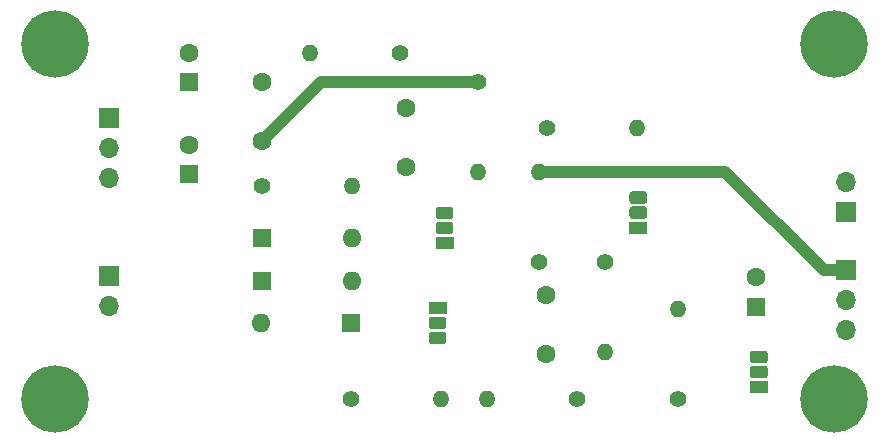
<source format=gbr>
G04 #@! TF.GenerationSoftware,KiCad,Pcbnew,(5.0.0)*
G04 #@! TF.CreationDate,2019-11-29T15:53:21+00:00*
G04 #@! TF.ProjectId,Sound Board,536F756E6420426F6172642E6B696361,rev?*
G04 #@! TF.SameCoordinates,Original*
G04 #@! TF.FileFunction,Copper,L1,Top,Signal*
G04 #@! TF.FilePolarity,Positive*
%FSLAX46Y46*%
G04 Gerber Fmt 4.6, Leading zero omitted, Abs format (unit mm)*
G04 Created by KiCad (PCBNEW (5.0.0)) date 11/29/19 15:53:21*
%MOMM*%
%LPD*%
G01*
G04 APERTURE LIST*
G04 #@! TA.AperFunction,ComponentPad*
%ADD10C,5.700000*%
G04 #@! TD*
G04 #@! TA.AperFunction,ComponentPad*
%ADD11O,1.600000X1.600000*%
G04 #@! TD*
G04 #@! TA.AperFunction,ComponentPad*
%ADD12R,1.600000X1.600000*%
G04 #@! TD*
G04 #@! TA.AperFunction,ComponentPad*
%ADD13O,1.700000X1.700000*%
G04 #@! TD*
G04 #@! TA.AperFunction,ComponentPad*
%ADD14R,1.700000X1.700000*%
G04 #@! TD*
G04 #@! TA.AperFunction,ComponentPad*
%ADD15C,1.400000*%
G04 #@! TD*
G04 #@! TA.AperFunction,ComponentPad*
%ADD16O,1.400000X1.400000*%
G04 #@! TD*
G04 #@! TA.AperFunction,Conductor*
%ADD17C,0.100000*%
G04 #@! TD*
G04 #@! TA.AperFunction,ComponentPad*
%ADD18C,1.050000*%
G04 #@! TD*
G04 #@! TA.AperFunction,ComponentPad*
%ADD19R,1.500000X1.050000*%
G04 #@! TD*
G04 #@! TA.AperFunction,ComponentPad*
%ADD20C,1.600000*%
G04 #@! TD*
G04 #@! TA.AperFunction,Conductor*
%ADD21C,1.000000*%
G04 #@! TD*
G04 APERTURE END LIST*
D10*
G04 #@! TO.P,H1,1*
G04 #@! TO.N,N/C*
X165000000Y-85000000D03*
G04 #@! TD*
G04 #@! TO.P,H2,1*
G04 #@! TO.N,N/C*
X99000000Y-85000000D03*
G04 #@! TD*
G04 #@! TO.P,H3,1*
G04 #@! TO.N,N/C*
X99000000Y-115000000D03*
G04 #@! TD*
G04 #@! TO.P,H4,1*
G04 #@! TO.N,N/C*
X165000000Y-115000000D03*
G04 #@! TD*
D11*
G04 #@! TO.P,D1,2*
G04 #@! TO.N,Net-(D1-Pad2)*
X124120000Y-101400000D03*
D12*
G04 #@! TO.P,D1,1*
G04 #@! TO.N,AudioIn*
X116500000Y-101400000D03*
G04 #@! TD*
G04 #@! TO.P,D2,1*
G04 #@! TO.N,Net-(D2-Pad1)*
X116500000Y-105000000D03*
D11*
G04 #@! TO.P,D2,2*
G04 #@! TO.N,Net-(D1-Pad2)*
X124120000Y-105000000D03*
G04 #@! TD*
G04 #@! TO.P,D3,2*
G04 #@! TO.N,Net-(D2-Pad1)*
X116480000Y-108600000D03*
D12*
G04 #@! TO.P,D3,1*
G04 #@! TO.N,Net-(D3-Pad1)*
X124100000Y-108600000D03*
G04 #@! TD*
D13*
G04 #@! TO.P,J1,2*
G04 #@! TO.N,AudioIn*
X103600000Y-107140000D03*
D14*
G04 #@! TO.P,J1,1*
G04 #@! TO.N,0v*
X103600000Y-104600000D03*
G04 #@! TD*
G04 #@! TO.P,LS1,1*
G04 #@! TO.N,Net-(C3-Pad2)*
X166000000Y-99200000D03*
D13*
G04 #@! TO.P,LS1,2*
G04 #@! TO.N,-6v*
X166000000Y-96660000D03*
G04 #@! TD*
D15*
G04 #@! TO.P,R10,1*
G04 #@! TO.N,+6v*
X116500000Y-97000000D03*
D16*
G04 #@! TO.P,R10,2*
G04 #@! TO.N,Net-(D1-Pad2)*
X124120000Y-97000000D03*
G04 #@! TD*
G04 #@! TO.P,R11,2*
G04 #@! TO.N,-6v*
X131720000Y-115000000D03*
D15*
G04 #@! TO.P,R11,1*
G04 #@! TO.N,Net-(D3-Pad1)*
X124100000Y-115000000D03*
G04 #@! TD*
D16*
G04 #@! TO.P,R12,2*
G04 #@! TO.N,+6v*
X140000000Y-95780000D03*
D15*
G04 #@! TO.P,R12,1*
G04 #@! TO.N,Net-(R12-Pad1)*
X140000000Y-103400000D03*
G04 #@! TD*
G04 #@! TO.P,R13,1*
G04 #@! TO.N,Net-(R12-Pad1)*
X145600000Y-103400000D03*
D16*
G04 #@! TO.P,R13,2*
G04 #@! TO.N,Net-(C1-Pad1)*
X145600000Y-111020000D03*
G04 #@! TD*
G04 #@! TO.P,R14,2*
G04 #@! TO.N,-6v*
X135580000Y-115000000D03*
D15*
G04 #@! TO.P,R14,1*
G04 #@! TO.N,Net-(C1-Pad1)*
X143200000Y-115000000D03*
G04 #@! TD*
G04 #@! TO.P,R15,1*
G04 #@! TO.N,+6v*
X134800000Y-88200000D03*
D16*
G04 #@! TO.P,R15,2*
G04 #@! TO.N,Net-(R15-Pad2)*
X134800000Y-95820000D03*
G04 #@! TD*
D15*
G04 #@! TO.P,R16,1*
G04 #@! TO.N,+6v*
X140700000Y-92100000D03*
D16*
G04 #@! TO.P,R16,2*
G04 #@! TO.N,Net-(R16-Pad2)*
X148320000Y-92100000D03*
G04 #@! TD*
G04 #@! TO.P,R17,2*
G04 #@! TO.N,-6v*
X120580000Y-85700000D03*
D15*
G04 #@! TO.P,R17,1*
G04 #@! TO.N,Net-(R17-Pad1)*
X128200000Y-85700000D03*
G04 #@! TD*
D16*
G04 #@! TO.P,R18,2*
G04 #@! TO.N,Net-(R17-Pad1)*
X151800000Y-107380000D03*
D15*
G04 #@! TO.P,R18,1*
G04 #@! TO.N,Net-(R18-Pad1)*
X151800000Y-115000000D03*
G04 #@! TD*
D17*
G04 #@! TO.N,Net-(D3-Pad1)*
G04 #@! TO.C,VT3*
G36*
X131913229Y-108046264D02*
X131938711Y-108050044D01*
X131963700Y-108056303D01*
X131987954Y-108064982D01*
X132011242Y-108075996D01*
X132033337Y-108089239D01*
X132054028Y-108104585D01*
X132073116Y-108121884D01*
X132090415Y-108140972D01*
X132105761Y-108161663D01*
X132119004Y-108183758D01*
X132130018Y-108207046D01*
X132138697Y-108231300D01*
X132144956Y-108256289D01*
X132148736Y-108281771D01*
X132150000Y-108307500D01*
X132150000Y-108832500D01*
X132148736Y-108858229D01*
X132144956Y-108883711D01*
X132138697Y-108908700D01*
X132130018Y-108932954D01*
X132119004Y-108956242D01*
X132105761Y-108978337D01*
X132090415Y-108999028D01*
X132073116Y-109018116D01*
X132054028Y-109035415D01*
X132033337Y-109050761D01*
X132011242Y-109064004D01*
X131987954Y-109075018D01*
X131963700Y-109083697D01*
X131938711Y-109089956D01*
X131913229Y-109093736D01*
X131887500Y-109095000D01*
X130912500Y-109095000D01*
X130886771Y-109093736D01*
X130861289Y-109089956D01*
X130836300Y-109083697D01*
X130812046Y-109075018D01*
X130788758Y-109064004D01*
X130766663Y-109050761D01*
X130745972Y-109035415D01*
X130726884Y-109018116D01*
X130709585Y-108999028D01*
X130694239Y-108978337D01*
X130680996Y-108956242D01*
X130669982Y-108932954D01*
X130661303Y-108908700D01*
X130655044Y-108883711D01*
X130651264Y-108858229D01*
X130650000Y-108832500D01*
X130650000Y-108307500D01*
X130651264Y-108281771D01*
X130655044Y-108256289D01*
X130661303Y-108231300D01*
X130669982Y-108207046D01*
X130680996Y-108183758D01*
X130694239Y-108161663D01*
X130709585Y-108140972D01*
X130726884Y-108121884D01*
X130745972Y-108104585D01*
X130766663Y-108089239D01*
X130788758Y-108075996D01*
X130812046Y-108064982D01*
X130836300Y-108056303D01*
X130861289Y-108050044D01*
X130886771Y-108046264D01*
X130912500Y-108045000D01*
X131887500Y-108045000D01*
X131913229Y-108046264D01*
X131913229Y-108046264D01*
G37*
D18*
G04 #@! TD*
G04 #@! TO.P,VT3,2*
G04 #@! TO.N,Net-(D3-Pad1)*
X131400000Y-108570000D03*
D17*
G04 #@! TO.N,Net-(C1-Pad1)*
G04 #@! TO.C,VT3*
G36*
X131913229Y-109316264D02*
X131938711Y-109320044D01*
X131963700Y-109326303D01*
X131987954Y-109334982D01*
X132011242Y-109345996D01*
X132033337Y-109359239D01*
X132054028Y-109374585D01*
X132073116Y-109391884D01*
X132090415Y-109410972D01*
X132105761Y-109431663D01*
X132119004Y-109453758D01*
X132130018Y-109477046D01*
X132138697Y-109501300D01*
X132144956Y-109526289D01*
X132148736Y-109551771D01*
X132150000Y-109577500D01*
X132150000Y-110102500D01*
X132148736Y-110128229D01*
X132144956Y-110153711D01*
X132138697Y-110178700D01*
X132130018Y-110202954D01*
X132119004Y-110226242D01*
X132105761Y-110248337D01*
X132090415Y-110269028D01*
X132073116Y-110288116D01*
X132054028Y-110305415D01*
X132033337Y-110320761D01*
X132011242Y-110334004D01*
X131987954Y-110345018D01*
X131963700Y-110353697D01*
X131938711Y-110359956D01*
X131913229Y-110363736D01*
X131887500Y-110365000D01*
X130912500Y-110365000D01*
X130886771Y-110363736D01*
X130861289Y-110359956D01*
X130836300Y-110353697D01*
X130812046Y-110345018D01*
X130788758Y-110334004D01*
X130766663Y-110320761D01*
X130745972Y-110305415D01*
X130726884Y-110288116D01*
X130709585Y-110269028D01*
X130694239Y-110248337D01*
X130680996Y-110226242D01*
X130669982Y-110202954D01*
X130661303Y-110178700D01*
X130655044Y-110153711D01*
X130651264Y-110128229D01*
X130650000Y-110102500D01*
X130650000Y-109577500D01*
X130651264Y-109551771D01*
X130655044Y-109526289D01*
X130661303Y-109501300D01*
X130669982Y-109477046D01*
X130680996Y-109453758D01*
X130694239Y-109431663D01*
X130709585Y-109410972D01*
X130726884Y-109391884D01*
X130745972Y-109374585D01*
X130766663Y-109359239D01*
X130788758Y-109345996D01*
X130812046Y-109334982D01*
X130836300Y-109326303D01*
X130861289Y-109320044D01*
X130886771Y-109316264D01*
X130912500Y-109315000D01*
X131887500Y-109315000D01*
X131913229Y-109316264D01*
X131913229Y-109316264D01*
G37*
D18*
G04 #@! TD*
G04 #@! TO.P,VT3,3*
G04 #@! TO.N,Net-(C1-Pad1)*
X131400000Y-109840000D03*
D19*
G04 #@! TO.P,VT3,1*
G04 #@! TO.N,0v*
X131400000Y-107300000D03*
G04 #@! TD*
D17*
G04 #@! TO.N,Net-(C2-Pad1)*
G04 #@! TO.C,VT4*
G36*
X132513229Y-100006264D02*
X132538711Y-100010044D01*
X132563700Y-100016303D01*
X132587954Y-100024982D01*
X132611242Y-100035996D01*
X132633337Y-100049239D01*
X132654028Y-100064585D01*
X132673116Y-100081884D01*
X132690415Y-100100972D01*
X132705761Y-100121663D01*
X132719004Y-100143758D01*
X132730018Y-100167046D01*
X132738697Y-100191300D01*
X132744956Y-100216289D01*
X132748736Y-100241771D01*
X132750000Y-100267500D01*
X132750000Y-100792500D01*
X132748736Y-100818229D01*
X132744956Y-100843711D01*
X132738697Y-100868700D01*
X132730018Y-100892954D01*
X132719004Y-100916242D01*
X132705761Y-100938337D01*
X132690415Y-100959028D01*
X132673116Y-100978116D01*
X132654028Y-100995415D01*
X132633337Y-101010761D01*
X132611242Y-101024004D01*
X132587954Y-101035018D01*
X132563700Y-101043697D01*
X132538711Y-101049956D01*
X132513229Y-101053736D01*
X132487500Y-101055000D01*
X131512500Y-101055000D01*
X131486771Y-101053736D01*
X131461289Y-101049956D01*
X131436300Y-101043697D01*
X131412046Y-101035018D01*
X131388758Y-101024004D01*
X131366663Y-101010761D01*
X131345972Y-100995415D01*
X131326884Y-100978116D01*
X131309585Y-100959028D01*
X131294239Y-100938337D01*
X131280996Y-100916242D01*
X131269982Y-100892954D01*
X131261303Y-100868700D01*
X131255044Y-100843711D01*
X131251264Y-100818229D01*
X131250000Y-100792500D01*
X131250000Y-100267500D01*
X131251264Y-100241771D01*
X131255044Y-100216289D01*
X131261303Y-100191300D01*
X131269982Y-100167046D01*
X131280996Y-100143758D01*
X131294239Y-100121663D01*
X131309585Y-100100972D01*
X131326884Y-100081884D01*
X131345972Y-100064585D01*
X131366663Y-100049239D01*
X131388758Y-100035996D01*
X131412046Y-100024982D01*
X131436300Y-100016303D01*
X131461289Y-100010044D01*
X131486771Y-100006264D01*
X131512500Y-100005000D01*
X132487500Y-100005000D01*
X132513229Y-100006264D01*
X132513229Y-100006264D01*
G37*
D18*
G04 #@! TD*
G04 #@! TO.P,VT4,2*
G04 #@! TO.N,Net-(C2-Pad1)*
X132000000Y-100530000D03*
D17*
G04 #@! TO.N,Net-(R15-Pad2)*
G04 #@! TO.C,VT4*
G36*
X132513229Y-98736264D02*
X132538711Y-98740044D01*
X132563700Y-98746303D01*
X132587954Y-98754982D01*
X132611242Y-98765996D01*
X132633337Y-98779239D01*
X132654028Y-98794585D01*
X132673116Y-98811884D01*
X132690415Y-98830972D01*
X132705761Y-98851663D01*
X132719004Y-98873758D01*
X132730018Y-98897046D01*
X132738697Y-98921300D01*
X132744956Y-98946289D01*
X132748736Y-98971771D01*
X132750000Y-98997500D01*
X132750000Y-99522500D01*
X132748736Y-99548229D01*
X132744956Y-99573711D01*
X132738697Y-99598700D01*
X132730018Y-99622954D01*
X132719004Y-99646242D01*
X132705761Y-99668337D01*
X132690415Y-99689028D01*
X132673116Y-99708116D01*
X132654028Y-99725415D01*
X132633337Y-99740761D01*
X132611242Y-99754004D01*
X132587954Y-99765018D01*
X132563700Y-99773697D01*
X132538711Y-99779956D01*
X132513229Y-99783736D01*
X132487500Y-99785000D01*
X131512500Y-99785000D01*
X131486771Y-99783736D01*
X131461289Y-99779956D01*
X131436300Y-99773697D01*
X131412046Y-99765018D01*
X131388758Y-99754004D01*
X131366663Y-99740761D01*
X131345972Y-99725415D01*
X131326884Y-99708116D01*
X131309585Y-99689028D01*
X131294239Y-99668337D01*
X131280996Y-99646242D01*
X131269982Y-99622954D01*
X131261303Y-99598700D01*
X131255044Y-99573711D01*
X131251264Y-99548229D01*
X131250000Y-99522500D01*
X131250000Y-98997500D01*
X131251264Y-98971771D01*
X131255044Y-98946289D01*
X131261303Y-98921300D01*
X131269982Y-98897046D01*
X131280996Y-98873758D01*
X131294239Y-98851663D01*
X131309585Y-98830972D01*
X131326884Y-98811884D01*
X131345972Y-98794585D01*
X131366663Y-98779239D01*
X131388758Y-98765996D01*
X131412046Y-98754982D01*
X131436300Y-98746303D01*
X131461289Y-98740044D01*
X131486771Y-98736264D01*
X131512500Y-98735000D01*
X132487500Y-98735000D01*
X132513229Y-98736264D01*
X132513229Y-98736264D01*
G37*
D18*
G04 #@! TD*
G04 #@! TO.P,VT4,3*
G04 #@! TO.N,Net-(R15-Pad2)*
X132000000Y-99260000D03*
D19*
G04 #@! TO.P,VT4,1*
G04 #@! TO.N,Net-(R12-Pad1)*
X132000000Y-101800000D03*
G04 #@! TD*
G04 #@! TO.P,VT5,1*
G04 #@! TO.N,Net-(C2-Pad1)*
X148400000Y-100500000D03*
D17*
G04 #@! TD*
G04 #@! TO.N,Net-(R16-Pad2)*
G04 #@! TO.C,VT5*
G36*
X148913229Y-97436264D02*
X148938711Y-97440044D01*
X148963700Y-97446303D01*
X148987954Y-97454982D01*
X149011242Y-97465996D01*
X149033337Y-97479239D01*
X149054028Y-97494585D01*
X149073116Y-97511884D01*
X149090415Y-97530972D01*
X149105761Y-97551663D01*
X149119004Y-97573758D01*
X149130018Y-97597046D01*
X149138697Y-97621300D01*
X149144956Y-97646289D01*
X149148736Y-97671771D01*
X149150000Y-97697500D01*
X149150000Y-98222500D01*
X149148736Y-98248229D01*
X149144956Y-98273711D01*
X149138697Y-98298700D01*
X149130018Y-98322954D01*
X149119004Y-98346242D01*
X149105761Y-98368337D01*
X149090415Y-98389028D01*
X149073116Y-98408116D01*
X149054028Y-98425415D01*
X149033337Y-98440761D01*
X149011242Y-98454004D01*
X148987954Y-98465018D01*
X148963700Y-98473697D01*
X148938711Y-98479956D01*
X148913229Y-98483736D01*
X148887500Y-98485000D01*
X147912500Y-98485000D01*
X147886771Y-98483736D01*
X147861289Y-98479956D01*
X147836300Y-98473697D01*
X147812046Y-98465018D01*
X147788758Y-98454004D01*
X147766663Y-98440761D01*
X147745972Y-98425415D01*
X147726884Y-98408116D01*
X147709585Y-98389028D01*
X147694239Y-98368337D01*
X147680996Y-98346242D01*
X147669982Y-98322954D01*
X147661303Y-98298700D01*
X147655044Y-98273711D01*
X147651264Y-98248229D01*
X147650000Y-98222500D01*
X147650000Y-97697500D01*
X147651264Y-97671771D01*
X147655044Y-97646289D01*
X147661303Y-97621300D01*
X147669982Y-97597046D01*
X147680996Y-97573758D01*
X147694239Y-97551663D01*
X147709585Y-97530972D01*
X147726884Y-97511884D01*
X147745972Y-97494585D01*
X147766663Y-97479239D01*
X147788758Y-97465996D01*
X147812046Y-97454982D01*
X147836300Y-97446303D01*
X147861289Y-97440044D01*
X147886771Y-97436264D01*
X147912500Y-97435000D01*
X148887500Y-97435000D01*
X148913229Y-97436264D01*
X148913229Y-97436264D01*
G37*
D18*
G04 #@! TO.P,VT5,3*
G04 #@! TO.N,Net-(R16-Pad2)*
X148400000Y-97960000D03*
D17*
G04 #@! TD*
G04 #@! TO.N,Net-(R17-Pad1)*
G04 #@! TO.C,VT5*
G36*
X148913229Y-98706264D02*
X148938711Y-98710044D01*
X148963700Y-98716303D01*
X148987954Y-98724982D01*
X149011242Y-98735996D01*
X149033337Y-98749239D01*
X149054028Y-98764585D01*
X149073116Y-98781884D01*
X149090415Y-98800972D01*
X149105761Y-98821663D01*
X149119004Y-98843758D01*
X149130018Y-98867046D01*
X149138697Y-98891300D01*
X149144956Y-98916289D01*
X149148736Y-98941771D01*
X149150000Y-98967500D01*
X149150000Y-99492500D01*
X149148736Y-99518229D01*
X149144956Y-99543711D01*
X149138697Y-99568700D01*
X149130018Y-99592954D01*
X149119004Y-99616242D01*
X149105761Y-99638337D01*
X149090415Y-99659028D01*
X149073116Y-99678116D01*
X149054028Y-99695415D01*
X149033337Y-99710761D01*
X149011242Y-99724004D01*
X148987954Y-99735018D01*
X148963700Y-99743697D01*
X148938711Y-99749956D01*
X148913229Y-99753736D01*
X148887500Y-99755000D01*
X147912500Y-99755000D01*
X147886771Y-99753736D01*
X147861289Y-99749956D01*
X147836300Y-99743697D01*
X147812046Y-99735018D01*
X147788758Y-99724004D01*
X147766663Y-99710761D01*
X147745972Y-99695415D01*
X147726884Y-99678116D01*
X147709585Y-99659028D01*
X147694239Y-99638337D01*
X147680996Y-99616242D01*
X147669982Y-99592954D01*
X147661303Y-99568700D01*
X147655044Y-99543711D01*
X147651264Y-99518229D01*
X147650000Y-99492500D01*
X147650000Y-98967500D01*
X147651264Y-98941771D01*
X147655044Y-98916289D01*
X147661303Y-98891300D01*
X147669982Y-98867046D01*
X147680996Y-98843758D01*
X147694239Y-98821663D01*
X147709585Y-98800972D01*
X147726884Y-98781884D01*
X147745972Y-98764585D01*
X147766663Y-98749239D01*
X147788758Y-98735996D01*
X147812046Y-98724982D01*
X147836300Y-98716303D01*
X147861289Y-98710044D01*
X147886771Y-98706264D01*
X147912500Y-98705000D01*
X148887500Y-98705000D01*
X148913229Y-98706264D01*
X148913229Y-98706264D01*
G37*
D18*
G04 #@! TO.P,VT5,2*
G04 #@! TO.N,Net-(R17-Pad1)*
X148400000Y-99230000D03*
G04 #@! TD*
D19*
G04 #@! TO.P,VT6,1*
G04 #@! TO.N,Net-(R18-Pad1)*
X158600000Y-114000000D03*
D17*
G04 #@! TD*
G04 #@! TO.N,Net-(RV1-Pad3)*
G04 #@! TO.C,VT6*
G36*
X159113229Y-110936264D02*
X159138711Y-110940044D01*
X159163700Y-110946303D01*
X159187954Y-110954982D01*
X159211242Y-110965996D01*
X159233337Y-110979239D01*
X159254028Y-110994585D01*
X159273116Y-111011884D01*
X159290415Y-111030972D01*
X159305761Y-111051663D01*
X159319004Y-111073758D01*
X159330018Y-111097046D01*
X159338697Y-111121300D01*
X159344956Y-111146289D01*
X159348736Y-111171771D01*
X159350000Y-111197500D01*
X159350000Y-111722500D01*
X159348736Y-111748229D01*
X159344956Y-111773711D01*
X159338697Y-111798700D01*
X159330018Y-111822954D01*
X159319004Y-111846242D01*
X159305761Y-111868337D01*
X159290415Y-111889028D01*
X159273116Y-111908116D01*
X159254028Y-111925415D01*
X159233337Y-111940761D01*
X159211242Y-111954004D01*
X159187954Y-111965018D01*
X159163700Y-111973697D01*
X159138711Y-111979956D01*
X159113229Y-111983736D01*
X159087500Y-111985000D01*
X158112500Y-111985000D01*
X158086771Y-111983736D01*
X158061289Y-111979956D01*
X158036300Y-111973697D01*
X158012046Y-111965018D01*
X157988758Y-111954004D01*
X157966663Y-111940761D01*
X157945972Y-111925415D01*
X157926884Y-111908116D01*
X157909585Y-111889028D01*
X157894239Y-111868337D01*
X157880996Y-111846242D01*
X157869982Y-111822954D01*
X157861303Y-111798700D01*
X157855044Y-111773711D01*
X157851264Y-111748229D01*
X157850000Y-111722500D01*
X157850000Y-111197500D01*
X157851264Y-111171771D01*
X157855044Y-111146289D01*
X157861303Y-111121300D01*
X157869982Y-111097046D01*
X157880996Y-111073758D01*
X157894239Y-111051663D01*
X157909585Y-111030972D01*
X157926884Y-111011884D01*
X157945972Y-110994585D01*
X157966663Y-110979239D01*
X157988758Y-110965996D01*
X158012046Y-110954982D01*
X158036300Y-110946303D01*
X158061289Y-110940044D01*
X158086771Y-110936264D01*
X158112500Y-110935000D01*
X159087500Y-110935000D01*
X159113229Y-110936264D01*
X159113229Y-110936264D01*
G37*
D18*
G04 #@! TO.P,VT6,3*
G04 #@! TO.N,Net-(RV1-Pad3)*
X158600000Y-111460000D03*
D17*
G04 #@! TD*
G04 #@! TO.N,-6v*
G04 #@! TO.C,VT6*
G36*
X159113229Y-112206264D02*
X159138711Y-112210044D01*
X159163700Y-112216303D01*
X159187954Y-112224982D01*
X159211242Y-112235996D01*
X159233337Y-112249239D01*
X159254028Y-112264585D01*
X159273116Y-112281884D01*
X159290415Y-112300972D01*
X159305761Y-112321663D01*
X159319004Y-112343758D01*
X159330018Y-112367046D01*
X159338697Y-112391300D01*
X159344956Y-112416289D01*
X159348736Y-112441771D01*
X159350000Y-112467500D01*
X159350000Y-112992500D01*
X159348736Y-113018229D01*
X159344956Y-113043711D01*
X159338697Y-113068700D01*
X159330018Y-113092954D01*
X159319004Y-113116242D01*
X159305761Y-113138337D01*
X159290415Y-113159028D01*
X159273116Y-113178116D01*
X159254028Y-113195415D01*
X159233337Y-113210761D01*
X159211242Y-113224004D01*
X159187954Y-113235018D01*
X159163700Y-113243697D01*
X159138711Y-113249956D01*
X159113229Y-113253736D01*
X159087500Y-113255000D01*
X158112500Y-113255000D01*
X158086771Y-113253736D01*
X158061289Y-113249956D01*
X158036300Y-113243697D01*
X158012046Y-113235018D01*
X157988758Y-113224004D01*
X157966663Y-113210761D01*
X157945972Y-113195415D01*
X157926884Y-113178116D01*
X157909585Y-113159028D01*
X157894239Y-113138337D01*
X157880996Y-113116242D01*
X157869982Y-113092954D01*
X157861303Y-113068700D01*
X157855044Y-113043711D01*
X157851264Y-113018229D01*
X157850000Y-112992500D01*
X157850000Y-112467500D01*
X157851264Y-112441771D01*
X157855044Y-112416289D01*
X157861303Y-112391300D01*
X157869982Y-112367046D01*
X157880996Y-112343758D01*
X157894239Y-112321663D01*
X157909585Y-112300972D01*
X157926884Y-112281884D01*
X157945972Y-112264585D01*
X157966663Y-112249239D01*
X157988758Y-112235996D01*
X158012046Y-112224982D01*
X158036300Y-112216303D01*
X158061289Y-112210044D01*
X158086771Y-112206264D01*
X158112500Y-112205000D01*
X159087500Y-112205000D01*
X159113229Y-112206264D01*
X159113229Y-112206264D01*
G37*
D18*
G04 #@! TO.P,VT6,2*
G04 #@! TO.N,-6v*
X158600000Y-112730000D03*
G04 #@! TD*
D20*
G04 #@! TO.P,C1,1*
G04 #@! TO.N,Net-(C1-Pad1)*
X140600000Y-111200000D03*
G04 #@! TO.P,C1,2*
G04 #@! TO.N,0v*
X140600000Y-106200000D03*
G04 #@! TD*
G04 #@! TO.P,C2,2*
G04 #@! TO.N,-6v*
X128700000Y-90400000D03*
G04 #@! TO.P,C2,1*
G04 #@! TO.N,Net-(C2-Pad1)*
X128700000Y-95400000D03*
G04 #@! TD*
D12*
G04 #@! TO.P,C3,1*
G04 #@! TO.N,Net-(C3-Pad1)*
X158400000Y-107200000D03*
D20*
G04 #@! TO.P,C3,2*
G04 #@! TO.N,Net-(C3-Pad2)*
X158400000Y-104700000D03*
G04 #@! TD*
G04 #@! TO.P,C4,1*
G04 #@! TO.N,+6v*
X116500000Y-93200000D03*
G04 #@! TO.P,C4,2*
G04 #@! TO.N,0v*
X116500000Y-88200000D03*
G04 #@! TD*
D13*
G04 #@! TO.P,J2,3*
G04 #@! TO.N,+6v*
X103600000Y-96280000D03*
G04 #@! TO.P,J2,2*
G04 #@! TO.N,0v*
X103600000Y-93740000D03*
D14*
G04 #@! TO.P,J2,1*
G04 #@! TO.N,-6v*
X103600000Y-91200000D03*
G04 #@! TD*
G04 #@! TO.P,RV1,1*
G04 #@! TO.N,+6v*
X166000000Y-104100000D03*
D13*
G04 #@! TO.P,RV1,2*
G04 #@! TO.N,Net-(C3-Pad1)*
X166000000Y-106640000D03*
G04 #@! TO.P,RV1,3*
G04 #@! TO.N,Net-(RV1-Pad3)*
X166000000Y-109180000D03*
G04 #@! TD*
D20*
G04 #@! TO.P,C6,2*
G04 #@! TO.N,0v*
X110400000Y-93500000D03*
D12*
G04 #@! TO.P,C6,1*
G04 #@! TO.N,+6v*
X110400000Y-96000000D03*
G04 #@! TD*
G04 #@! TO.P,C7,1*
G04 #@! TO.N,0v*
X110400000Y-88200000D03*
D20*
G04 #@! TO.P,C7,2*
G04 #@! TO.N,-6v*
X110400000Y-85700000D03*
G04 #@! TD*
D21*
G04 #@! TO.N,+6v*
X121500000Y-88200000D02*
X134800000Y-88200000D01*
X116500000Y-93200000D02*
X121500000Y-88200000D01*
X164100000Y-104100000D02*
X166000000Y-104100000D01*
X140000000Y-95780000D02*
X155780000Y-95780000D01*
X155780000Y-95780000D02*
X164100000Y-104100000D01*
G04 #@! TD*
M02*

</source>
